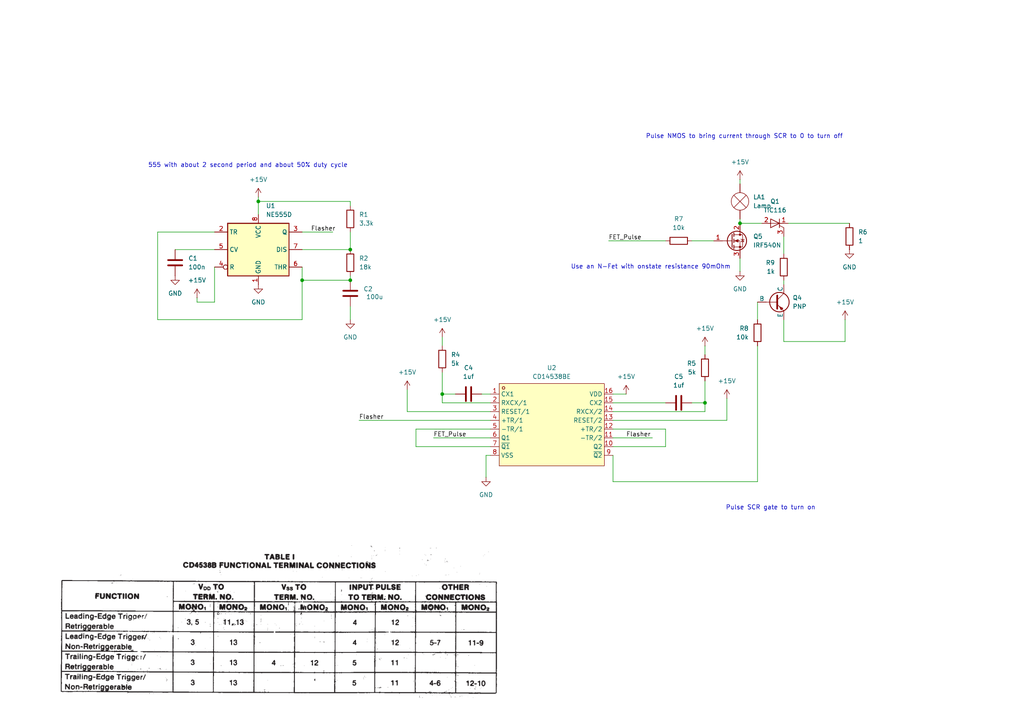
<source format=kicad_sch>
(kicad_sch (version 20231120) (generator "eeschema") (generator_version "8.0")
  (paper "A4")
  (lib_symbols
    (symbol "Device:C" (pin_numbers hide) (pin_names (offset 0.254))
      (property "Reference" "C" (at 0.635 2.54 0))
      (property "Value" "C" (at 0.635 -2.54 0))
      (symbol "C_0_1"
        (polyline (pts (xy -2.032 -0.762) (xy 2.032 -0.762)) (stroke (width 0.508)))
        (polyline (pts (xy -2.032 0.762) (xy 2.032 0.762)) (stroke (width 0.508)))
      )
      (symbol "C_1_1"
        (pin passive line (at 0 3.81 270) (length 2.794) (name "~") (number "1"))
        (pin passive line (at 0 -3.81 90) (length 2.794) (name "~") (number "2"))
      )
    )
    (symbol "Device:Lamp" (pin_numbers hide) (pin_names (offset 0.0254) hide)
      (property "Reference" "LA" (at 0.635 3.81 0))
      (property "Value" "Lamp" (at 0.635 -3.81 0))
      (symbol "Lamp_0_1"
        (polyline (pts (xy -1.778 1.778) (xy 1.778 -1.778)))
        (polyline (pts (xy 1.778 1.778) (xy -1.778 -1.778)))
        (circle (center 0 0) (radius 2.54))
      )
      (symbol "Lamp_1_1"
        (pin passive line (at 0 -5.08 90) (length 2.54) (name "-") (number "1"))
        (pin passive line (at 0 5.08 270) (length 2.54) (name "+") (number "2"))
      )
    )
    (symbol "Device:R" (pin_numbers hide) (pin_names (offset 0))
      (property "Reference" "R" (at 2.032 0 90))
      (property "Value" "R" (at 0 0 90))
      (symbol "R_0_1"
        (rectangle (start -1.016 -2.54) (end 1.016 2.54) (stroke (width 0.254)))
      )
      (symbol "R_1_1"
        (pin passive line (at 0 3.81 270) (length 1.27) (name "~") (number "1"))
        (pin passive line (at 0 -3.81 90) (length 1.27) (name "~") (number "2"))
      )
    )
    (symbol "EasyEDA:CD14538BE"
      (property "Reference" "U" (at 0 13.97 0))
      (property "Value" "CD14538BE" (at 0 -13.97 0))
      (symbol "CD14538BE_0_1"
        (rectangle (start -15.24 11.94) (end 15.24 -11.94) (fill (type background)))
        (circle (center -13.97 10.67) (radius 0.38))
        (circle (center -13.97 10.67) (radius 0.38))
        (pin unspecified line (at -17.78 8.89 0) (length 2.54) (name "CX1") (number "1"))
        (pin unspecified line (at 17.78 -6.35 180) (length 2.54) (name "Q2") (number "10"))
        (pin unspecified line (at 17.78 -3.81 180) (length 2.54) (name "-TR/2") (number "11"))
        (pin unspecified line (at 17.78 -1.27 180) (length 2.54) (name "+TR/2") (number "12"))
        (pin unspecified line (at 17.78 1.27 180) (length 2.54) (name "RESET/2") (number "13"))
        (pin unspecified line (at 17.78 3.81 180) (length 2.54) (name "RXCX/2") (number "14"))
        (pin unspecified line (at 17.78 6.35 180) (length 2.54) (name "CX2") (number "15"))
        (pin unspecified line (at 17.78 8.89 180) (length 2.54) (name "VDD") (number "16"))
        (pin unspecified line (at -17.78 6.35 0) (length 2.54) (name "RXCX/1") (number "2"))
        (pin unspecified line (at -17.78 3.81 0) (length 2.54) (name "RESET/1") (number "3"))
        (pin unspecified line (at -17.78 1.27 0) (length 2.54) (name "+TR/1") (number "4"))
        (pin unspecified line (at -17.78 -1.27 0) (length 2.54) (name "-TR/1") (number "5"))
        (pin unspecified line (at -17.78 -3.81 0) (length 2.54) (name "Q1") (number "6"))
        (pin unspecified line (at -17.78 -6.35 0) (length 2.54) (name "~{Q1}") (number "7"))
        (pin unspecified line (at -17.78 -8.89 0) (length 2.54) (name "VSS") (number "8"))
        (pin unspecified line (at 17.78 -8.89 180) (length 2.54) (name "~{Q2}") (number "9"))
      )
    )
    (symbol "Simulation_SPICE:PNP" (pin_numbers hide) (pin_names (offset 0))
      (property "Reference" "Q" (at -2.54 7.62 0))
      (property "Value" "PNP" (at -2.54 5.08 0))
      (symbol "PNP_0_1"
        (polyline (pts (xy -2.54 0) (xy 0.635 0)) (stroke (width 0.1524)))
        (polyline (pts (xy 0.635 0.635) (xy 2.54 2.54)))
        (polyline (pts (xy 0.635 -0.635) (xy 2.54 -2.54) (xy 2.54 -2.54)))
        (polyline (pts (xy 0.635 1.905) (xy 0.635 -1.905) (xy 0.635 -1.905)) (stroke (width 0.508)))
        (polyline (pts (xy 2.286 -1.778) (xy 1.778 -2.286) (xy 1.27 -1.27) (xy 2.286 -1.778) (xy 2.286 -1.778)) (fill (type outline)))
        (circle (center 1.27 0) (radius 2.8194) (stroke (width 0.254)))
      )
      (symbol "PNP_1_1"
        (pin open_collector line (at 2.54 5.08 270) (length 2.54) (name "C") (number "1"))
        (pin input line (at -5.08 0 0) (length 2.54) (name "B") (number "2"))
        (pin open_emitter line (at 2.54 -5.08 90) (length 2.54) (name "E") (number "3"))
      )
    )
    (symbol "Timer:NE555D"
      (property "Reference" "U" (at -10.16 8.89 0))
      (property "Value" "NE555D" (at 2.54 8.89 0))
      (symbol "NE555D_0_0"
        (pin power_in line (at 0 -10.16 90) (length 2.54) (name "GND") (number "1"))
        (pin power_in line (at 0 10.16 270) (length 2.54) (name "VCC") (number "8"))
      )
      (symbol "NE555D_0_1"
        (rectangle (start -8.89 -7.62) (end 8.89 7.62) (stroke (width 0.254)) (fill (type background)))
        (rectangle (start -8.89 -7.62) (end 8.89 7.62) (stroke (width 0.254)) (fill (type background)))
      )
      (symbol "NE555D_1_1"
        (pin input line (at -12.7 5.08 0) (length 3.81) (name "TR") (number "2"))
        (pin output line (at 12.7 5.08 180) (length 3.81) (name "Q") (number "3"))
        (pin input inverted (at -12.7 -5.08 0) (length 3.81) (name "R") (number "4"))
        (pin input line (at -12.7 0 0) (length 3.81) (name "CV") (number "5"))
        (pin input line (at 12.7 -5.08 180) (length 3.81) (name "THR") (number "6"))
        (pin input line (at 12.7 0 180) (length 3.81) (name "DIS") (number "7"))
      )
    )
    (symbol "Transistor_FET:IRF540N" (pin_names hide)
      (property "Reference" "Q" (at 5.08 1.905 0))
      (property "Value" "IRF540N" (at 5.08 0 0))
      (symbol "IRF540N_0_1"
        (polyline (pts (xy 0.254 0) (xy -2.54 0)))
        (polyline (pts (xy 0.254 1.905) (xy 0.254 -1.905)) (stroke (width 0.254)))
        (polyline (pts (xy 0.762 -1.27) (xy 0.762 -2.286)) (stroke (width 0.254)))
        (polyline (pts (xy 0.762 0.508) (xy 0.762 -0.508)) (stroke (width 0.254)))
        (polyline (pts (xy 0.762 2.286) (xy 0.762 1.27)) (stroke (width 0.254)))
        (polyline (pts (xy 2.54 2.54) (xy 2.54 1.778)))
        (polyline (pts (xy 2.54 -2.54) (xy 2.54 0) (xy 0.762 0)))
        (polyline (pts (xy 0.762 -1.778) (xy 3.302 -1.778) (xy 3.302 1.778) (xy 0.762 1.778)))
        (polyline (pts (xy 1.016 0) (xy 2.032 0.381) (xy 2.032 -0.381) (xy 1.016 0)) (fill (type outline)))
        (polyline (pts (xy 2.794 0.508) (xy 2.921 0.381) (xy 3.683 0.381) (xy 3.81 0.254)))
        (polyline (pts (xy 3.302 0.381) (xy 2.921 -0.254) (xy 3.683 -0.254) (xy 3.302 0.381)))
        (circle (center 1.651 0) (radius 2.794) (stroke (width 0.254)))
        (circle (center 2.54 -1.778) (radius 0.254) (fill (type outline)))
        (circle (center 2.54 1.778) (radius 0.254) (fill (type outline)))
      )
      (symbol "IRF540N_1_1"
        (pin input line (at -5.08 0 0) (length 2.54) (name "G") (number "1"))
        (pin passive line (at 2.54 5.08 270) (length 2.54) (name "D") (number "2"))
        (pin passive line (at 2.54 -5.08 90) (length 2.54) (name "S") (number "3"))
      )
    )
    (symbol "Triac_Thyristor:TIC116" (pin_names (offset 0) hide)
      (property "Reference" "Q" (at 2.54 1.905 0))
      (property "Value" "TIC116" (at 2.54 0 0))
      (symbol "TIC116_0_1"
        (polyline (pts (xy -1.27 -2.54) (xy -0.635 -1.27)))
        (polyline (pts (xy -1.27 -1.27) (xy 1.27 -1.27)) (stroke (width 0.2032)))
        (polyline (pts (xy 0 -2.54) (xy 0 2.54)))
        (polyline (pts (xy -1.27 1.27) (xy 1.27 1.27) (xy 0 -1.27) (xy -1.27 1.27)) (stroke (width 0.2032)))
      )
      (symbol "TIC116_1_1"
        (pin passive line (at 0 -3.81 90) (length 2.54) (name "K") (number "1"))
        (pin passive line (at 0 3.81 270) (length 2.54) (name "A") (number "2"))
        (pin input line (at -3.81 -2.54 0) (length 2.54) (name "G") (number "3"))
      )
    )
    (symbol "power:+15V" (power) (pin_numbers hide) (pin_names (offset 0) hide)
      (property "Value" "+15V" (at 0 3.556 0))
      (symbol "+15V_0_1"
        (polyline (pts (xy -0.762 1.27) (xy 0 2.54)))
        (polyline (pts (xy 0 0) (xy 0 2.54)))
        (polyline (pts (xy 0 2.54) (xy 0.762 1.27)))
      )
      (symbol "+15V_1_1"
        (pin power_in line (at 0 0 90) (length 0) (name "~") (number "1"))
      )
    )
    (symbol "power:GND" (power) (pin_numbers hide) (pin_names (offset 0) hide)
      (property "Value" "GND" (at 0 -3.81 0))
      (symbol "GND_0_1"
        (polyline (pts (xy 0 0) (xy 0 -1.27) (xy 1.27 -1.27) (xy 0 -2.54) (xy -1.27 -1.27) (xy 0 -1.27)))
      )
      (symbol "GND_1_1"
        (pin power_in line (at 0 0 270) (length 0) (name "~") (number "1"))
      )
    )
  )
  (junction (at 101.6 72.39))
  (junction (at 101.6 81.28))
  (junction (at 204.47 116.84))
  (junction (at 214.63 64.77))
  (junction (at 87.63 81.28))
  (junction (at 74.93 58.42))
  (junction (at 128.27 114.3))
  (wire (pts (xy 101.6 81.28) (xy 101.6 80.01)))
  (wire (pts (xy 101.6 58.42) (xy 101.6 59.69)))
  (wire (pts (xy 120.65 129.54) (xy 142.24 129.54)))
  (wire (pts (xy 74.93 58.42) (xy 74.93 62.23)))
  (wire (pts (xy 177.8 139.7) (xy 219.71 139.7)))
  (wire (pts (xy 219.71 92.71) (xy 219.71 87.63)))
  (wire (pts (xy 214.63 63.5) (xy 214.63 64.77)))
  (wire (pts (xy 57.15 86.36) (xy 57.15 87.63)))
  (wire (pts (xy 227.33 92.71) (xy 227.33 99.06)))
  (wire (pts (xy 128.27 97.79) (xy 128.27 100.33)))
  (wire (pts (xy 177.8 127) (xy 189.23 127)))
  (wire (pts (xy 227.33 68.58) (xy 227.33 73.66)))
  (wire (pts (xy 228.6 64.77) (xy 246.38 64.77)))
  (wire (pts (xy 45.72 67.31) (xy 45.72 92.71)))
  (wire (pts (xy 125.73 127) (xy 142.24 127)))
  (wire (pts (xy 227.33 81.28) (xy 227.33 82.55)))
  (wire (pts (xy 50.8 72.39) (xy 62.23 72.39)))
  (wire (pts (xy 128.27 116.84) (xy 128.27 114.3)))
  (wire (pts (xy 139.7 114.3) (xy 142.24 114.3)))
  (wire (pts (xy 176.53 69.85) (xy 193.04 69.85)))
  (wire (pts (xy 142.24 124.46) (xy 120.65 124.46)))
  (wire (pts (xy 87.63 72.39) (xy 101.6 72.39)))
  (wire (pts (xy 177.8 116.84) (xy 193.04 116.84)))
  (wire (pts (xy 62.23 87.63) (xy 57.15 87.63)))
  (wire (pts (xy 204.47 100.33) (xy 204.47 102.87)))
  (wire (pts (xy 45.72 67.31) (xy 62.23 67.31)))
  (wire (pts (xy 62.23 77.47) (xy 62.23 87.63)))
  (wire (pts (xy 74.93 58.42) (xy 101.6 58.42)))
  (wire (pts (xy 128.27 114.3) (xy 132.08 114.3)))
  (wire (pts (xy 140.97 132.08) (xy 142.24 132.08)))
  (wire (pts (xy 227.33 99.06) (xy 245.11 99.06)))
  (wire (pts (xy 104.14 121.92) (xy 142.24 121.92)))
  (wire (pts (xy 120.65 124.46) (xy 120.65 129.54)))
  (wire (pts (xy 87.63 92.71) (xy 87.63 81.28)))
  (wire (pts (xy 177.8 119.38) (xy 204.47 119.38)))
  (wire (pts (xy 177.8 129.54) (xy 193.04 129.54)))
  (wire (pts (xy 214.63 64.77) (xy 220.98 64.77)))
  (wire (pts (xy 142.24 116.84) (xy 128.27 116.84)))
  (wire (pts (xy 87.63 67.31) (xy 96.52 67.31)))
  (wire (pts (xy 128.27 107.95) (xy 128.27 114.3)))
  (wire (pts (xy 101.6 67.31) (xy 101.6 72.39)))
  (wire (pts (xy 214.63 78.74) (xy 214.63 74.93)))
  (wire (pts (xy 87.63 81.28) (xy 101.6 81.28)))
  (wire (pts (xy 219.71 100.33) (xy 219.71 139.7)))
  (wire (pts (xy 87.63 77.47) (xy 87.63 81.28)))
  (wire (pts (xy 74.93 57.15) (xy 74.93 58.42)))
  (wire (pts (xy 101.6 88.9) (xy 101.6 92.71)))
  (wire (pts (xy 118.11 113.03) (xy 118.11 119.38)))
  (wire (pts (xy 177.8 121.92) (xy 210.82 121.92)))
  (wire (pts (xy 45.72 92.71) (xy 87.63 92.71)))
  (wire (pts (xy 214.63 52.07) (xy 214.63 53.34)))
  (wire (pts (xy 204.47 110.49) (xy 204.47 116.84)))
  (wire (pts (xy 181.61 114.3) (xy 177.8 114.3)))
  (wire (pts (xy 177.8 132.08) (xy 177.8 139.7)))
  (wire (pts (xy 245.11 92.71) (xy 245.11 99.06)))
  (wire (pts (xy 204.47 116.84) (xy 200.66 116.84)))
  (wire (pts (xy 204.47 119.38) (xy 204.47 116.84)))
  (wire (pts (xy 200.66 69.85) (xy 207.01 69.85)))
  (wire (pts (xy 140.97 138.43) (xy 140.97 132.08)))
  (wire (pts (xy 193.04 129.54) (xy 193.04 124.46)))
  (wire (pts (xy 177.8 124.46) (xy 193.04 124.46)))
  (wire (pts (xy 210.82 115.57) (xy 210.82 121.92)))
  (wire (pts (xy 142.24 119.38) (xy 118.11 119.38)))
  (image (at 83.82 180.34) (scale 0.344851))
  (text "555 with about 2 second period and about 50% duty cycle " (at 72.39 48.006 0) (effects (font (size 1.27 1.27))))
  (text "Use an N-Fet with onstate resistance 90mOhm " (at 189.23 77.47 0) (effects (font (size 1.27 1.27))))
  (text "Pulse NMOS to bring current through SCR to 0 to turn off" (at 215.9 39.624 0) (effects (font (size 1.27 1.27))))
  (text "Pulse SCR gate to turn on" (at 223.52 147.32 0) (effects (font (size 1.27 1.27))))
  (label "Flasher" (at 181.61 127 0))
  (label "Flasher" (at 90.17 67.31 0))
  (label "FET_Pulse" (at 125.73 127 0))
  (label "FET_Pulse" (at 176.53 69.85 0))
  (label "Flasher" (at 104.14 121.92 0))
  (symbol (lib_id "Timer:NE555D") (at 74.93 72.39 0) (unit 1)
    (property "Reference" "U1" (at 77.1241 59.69 0) (effects (justify left)))
    (property "Value" "NE555D" (at 77.1241 62.23 0) (effects (justify left)))
    (property "Footprint" "Package_SO:SOIC-8_3.9x4.9mm_P1.27mm" (effects (hide yes)))
    (property "Datasheet" "http://www.ti.com/lit/ds/symlink/ne555.pdf" (effects (hide yes)))
    (property "Description" "Precision Timers, 555 compatible, SOIC-8" (effects (hide yes)))
  )
  (symbol (lib_id "power:GND") (at 214.63 78.74 0) (unit 1)
    (property "Reference" "#PWR014" (effects (hide yes)))
    (property "Value" "GND" (at 214.63 83.82 0))
    (property "Description" "Power symbol creates a global label with name \"GND\" , ground" (effects (hide yes)))
  )
  (symbol (lib_id "Device:R") (at 196.85 69.85 90) (mirror x) (unit 1)
    (property "Reference" "R7" (at 196.85 63.5 90))
    (property "Value" "10k" (at 196.85 66.04 90))
    (property "Description" "Resistor" (effects (hide yes)))
  )
  (symbol (lib_id "Device:R") (at 128.27 104.14 0) (unit 1)
    (property "Reference" "R4" (at 130.81 102.8699 0) (effects (justify left)))
    (property "Value" "5k" (at 130.81 105.4099 0) (effects (justify left)))
    (property "Description" "Resistor" (effects (hide yes)))
  )
  (symbol (lib_id "Simulation_SPICE:PNP") (at 224.79 87.63 0) (unit 1)
    (property "Reference" "Q4" (at 229.87 86.3599 0) (effects (justify left)))
    (property "Value" "PNP" (at 229.87 88.8999 0) (effects (justify left)))
    (property "Datasheet" "https://ngspice.sourceforge.io/docs/ngspice-html-manual/manual.xhtml#cha_BJTs" (effects (hide yes)))
    (property "Description" "Bipolar transistor symbol for simulation only, substrate tied to the emitter" (effects (hide yes)))
    (property "Sim.Device" "PNP" (effects (hide yes)))
    (property "Sim.Type" "GUMMELPOON" (effects (hide yes)))
    (property "Sim.Pins" "1=C 2=B 3=E" (effects (hide yes)))
  )
  (symbol (lib_id "Transistor_FET:IRF540N") (at 212.09 69.85 0) (unit 1)
    (property "Reference" "Q5" (at 218.44 68.5799 0) (effects (justify left)))
    (property "Value" "IRF540N" (at 218.44 71.1199 0) (effects (justify left)))
    (property "Footprint" "Package_TO_SOT_THT:TO-220-3_Vertical" (effects (hide yes)))
    (property "Datasheet" "http://www.irf.com/product-info/datasheets/data/irf540n.pdf" (effects (hide yes)))
    (property "Description" "33A Id, 100V Vds, HEXFET N-Channel MOSFET, TO-220" (effects (hide yes)))
  )
  (symbol (lib_id "power:GND") (at 246.38 72.39 0) (unit 1)
    (property "Reference" "#PWR09" (effects (hide yes)))
    (property "Value" "GND" (at 246.38 77.47 0))
    (property "Description" "Power symbol creates a global label with name \"GND\" , ground" (effects (hide yes)))
  )
  (symbol (lib_id "power:GND") (at 140.97 138.43 0) (unit 1)
    (property "Reference" "#PWR06" (effects (hide yes)))
    (property "Value" "GND" (at 140.97 143.51 0))
    (property "Description" "Power symbol creates a global label with name \"GND\" , ground" (effects (hide yes)))
  )
  (symbol (lib_id "EasyEDA:CD14538BE") (at 160.02 123.19 0) (unit 1)
    (property "Reference" "U2" (at 160.02 106.68 0))
    (property "Value" "CD14538BE" (at 160.02 109.22 0))
    (property "Footprint" "EasyEDA:DIP-16_L20.3-W10.2-P2.54-LS10.2-BL" (effects (hide yes)))
    (property "Datasheet" "https://lcsc.com/product-detail/4000-Series_TI_CD14538BE_CD14538BE_C52457.html" (effects (hide yes)))
    (property "LCSC Part" "C52457" (effects (hide yes)))
  )
  (symbol (lib_id "power:GND") (at 74.93 82.55 0) (unit 1)
    (property "Reference" "#PWR04" (effects (hide yes)))
    (property "Value" "GND" (at 74.93 87.63 0))
    (property "Description" "Power symbol creates a global label with name \"GND\" , ground" (effects (hide yes)))
  )
  (symbol (lib_id "Device:R") (at 246.38 68.58 0) (mirror y) (unit 1)
    (property "Reference" "R6" (at 248.92 67.3099 0) (effects (justify right)))
    (property "Value" "1" (at 248.92 69.8499 0) (effects (justify right)))
    (property "Description" "Resistor" (effects (hide yes)))
  )
  (symbol (lib_id "Device:R") (at 219.71 96.52 0) (mirror x) (unit 1)
    (property "Reference" "R8" (at 217.17 95.2499 0) (effects (justify right)))
    (property "Value" "10k" (at 217.17 97.7899 0) (effects (justify right)))
    (property "Description" "Resistor" (effects (hide yes)))
  )
  (symbol (lib_id "Device:R") (at 101.6 63.5 0) (unit 1)
    (property "Reference" "R1" (at 104.14 62.2299 0) (effects (justify left)))
    (property "Value" "3.3k" (at 104.14 64.7699 0) (effects (justify left)))
    (property "Description" "Resistor" (effects (hide yes)))
  )
  (symbol (lib_id "power:+15V") (at 204.47 100.33 0) (mirror y) (unit 1)
    (property "Reference" "#PWR017" (effects (hide yes)))
    (property "Value" "+15V" (at 204.47 95.25 0))
    (property "Description" "Power symbol creates a global label with name \"+15V\"" (effects (hide yes)))
  )
  (symbol (lib_id "power:+15V") (at 210.82 115.57 0) (mirror y) (unit 1)
    (property "Reference" "#PWR018" (effects (hide yes)))
    (property "Value" "+15V" (at 210.82 110.49 0))
    (property "Description" "Power symbol creates a global label with name \"+15V\"" (effects (hide yes)))
  )
  (symbol (lib_id "power:GND") (at 101.6 92.71 0) (unit 1)
    (property "Reference" "#PWR05" (effects (hide yes)))
    (property "Value" "GND" (at 101.6 97.79 0))
    (property "Description" "Power symbol creates a global label with name \"GND\" , ground" (effects (hide yes)))
  )
  (symbol (lib_id "Device:C") (at 101.6 85.09 0) (unit 1)
    (property "Reference" "C2" (at 105.41 83.8199 0) (effects (justify left)))
    (property "Value" "100u" (at 106.172 86.106 0) (effects (justify left)))
    (property "Description" "Unpolarized capacitor" (effects (hide yes)))
  )
  (symbol (lib_id "Device:C") (at 196.85 116.84 270) (mirror x) (unit 1)
    (property "Reference" "C5" (at 196.85 109.22 90))
    (property "Value" "1uf" (at 196.85 111.76 90))
    (property "Description" "Unpolarized capacitor" (effects (hide yes)))
  )
  (symbol (lib_id "power:+15V") (at 57.15 86.36 0) (unit 1)
    (property "Reference" "#PWR02" (effects (hide yes)))
    (property "Value" "+15V" (at 57.15 81.28 0))
    (property "Description" "Power symbol creates a global label with name \"+15V\"" (effects (hide yes)))
  )
  (symbol (lib_id "power:+15V") (at 128.27 97.79 0) (unit 1)
    (property "Reference" "#PWR016" (effects (hide yes)))
    (property "Value" "+15V" (at 128.27 92.71 0))
    (property "Description" "Power symbol creates a global label with name \"+15V\"" (effects (hide yes)))
  )
  (symbol (lib_id "Device:C") (at 135.89 114.3 90) (unit 1)
    (property "Reference" "C4" (at 135.89 106.68 90))
    (property "Value" "1uf" (at 135.89 109.22 90))
    (property "Description" "Unpolarized capacitor" (effects (hide yes)))
  )
  (symbol (lib_id "power:+15V") (at 74.93 57.15 0) (unit 1)
    (property "Reference" "#PWR03" (effects (hide yes)))
    (property "Value" "+15V" (at 74.93 52.07 0))
    (property "Description" "Power symbol creates a global label with name \"+15V\"" (effects (hide yes)))
  )
  (symbol (lib_id "Device:R") (at 227.33 77.47 0) (mirror x) (unit 1)
    (property "Reference" "R9" (at 224.79 76.1999 0) (effects (justify right)))
    (property "Value" "1k" (at 224.79 78.7399 0) (effects (justify right)))
    (property "Description" "Resistor" (effects (hide yes)))
  )
  (symbol (lib_id "power:+15V") (at 214.63 52.07 0) (unit 1)
    (property "Reference" "#PWR08" (effects (hide yes)))
    (property "Value" "+15V" (at 214.63 46.99 0))
    (property "Description" "Power symbol creates a global label with name \"+15V\"" (effects (hide yes)))
  )
  (symbol (lib_id "power:+15V") (at 245.11 92.71 0) (unit 1)
    (property "Reference" "#PWR019" (effects (hide yes)))
    (property "Value" "+15V" (at 245.11 87.63 0))
    (property "Description" "Power symbol creates a global label with name \"+15V\"" (effects (hide yes)))
  )
  (symbol (lib_id "Device:Lamp") (at 214.63 58.42 0) (unit 1)
    (property "Reference" "LA1" (at 218.44 57.1499 0) (effects (justify left)))
    (property "Value" "Lamp" (at 218.44 59.6899 0) (effects (justify left)))
    (property "Description" "Lamp" (effects (hide yes)))
  )
  (symbol (lib_id "power:+15V") (at 181.61 114.3 0) (unit 1)
    (property "Reference" "#PWR07" (effects (hide yes)))
    (property "Value" "+15V" (at 181.61 109.22 0))
    (property "Description" "Power symbol creates a global label with name \"+15V\"" (effects (hide yes)))
  )
  (symbol (lib_id "Device:R") (at 101.6 76.2 0) (unit 1)
    (property "Reference" "R2" (at 104.14 74.9299 0) (effects (justify left)))
    (property "Value" "18k" (at 104.14 77.4699 0) (effects (justify left)))
    (property "Description" "Resistor" (effects (hide yes)))
  )
  (symbol (lib_id "power:GND") (at 50.8 80.01 0) (unit 1)
    (property "Reference" "#PWR01" (effects (hide yes)))
    (property "Value" "GND" (at 50.8 85.09 0))
    (property "Description" "Power symbol creates a global label with name \"GND\" , ground" (effects (hide yes)))
  )
  (symbol (lib_id "Triac_Thyristor:TIC116") (at 224.79 64.77 90) (unit 1)
    (property "Reference" "Q1" (at 224.79 58.42 90))
    (property "Value" "TIC116" (at 224.79 60.96 90))
    (property "Footprint" "Package_TO_SOT_THT:TO-220-3_Vertical" (effects (hide yes)))
    (property "Datasheet" "https://www.princeton.edu/~mae412/HANDOUTS/Datasheets/TIC116.pdf" (effects (hide yes)))
    (property "Description" "8A Ion, 400-800V Voff, Silicon Controlled Rectifier (Thyristor), TO-220" (effects (hide yes)))
  )
  (symbol (lib_id "Device:C") (at 50.8 76.2 0) (unit 1)
    (property "Reference" "C1" (at 54.61 74.9299 0) (effects (justify left)))
    (property "Value" "100n" (at 54.61 77.4699 0) (effects (justify left)))
    (property "Description" "Unpolarized capacitor" (effects (hide yes)))
  )
  (symbol (lib_id "power:+15V") (at 118.11 113.03 0) (unit 1)
    (property "Reference" "#PWR015" (effects (hide yes)))
    (property "Value" "+15V" (at 118.11 107.95 0))
    (property "Description" "Power symbol creates a global label with name \"+15V\"" (effects (hide yes)))
  )
  (symbol (lib_id "Device:R") (at 204.47 106.68 0) (mirror y) (unit 1)
    (property "Reference" "R5" (at 201.93 105.4099 0) (effects (justify left)))
    (property "Value" "5k" (at 201.93 107.9499 0) (effects (justify left)))
    (property "Description" "Resistor" (effects (hide yes)))
  )
)
</source>
